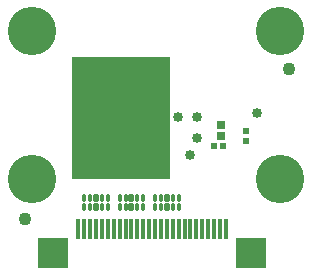
<source format=gbs>
G04*
G04 #@! TF.GenerationSoftware,Altium Limited,Altium Designer,23.5.1 (21)*
G04*
G04 Layer_Color=16711935*
%FSLAX44Y44*%
%MOMM*%
G71*
G04*
G04 #@! TF.SameCoordinates,8A31CEE1-4E44-459D-8F00-06555A1585A0*
G04*
G04*
G04 #@! TF.FilePolarity,Negative*
G04*
G01*
G75*
%ADD34C,0.8516*%
%ADD35C,1.1016*%
%ADD38R,0.7516X0.6516*%
%ADD39R,0.6216X0.6216*%
%ADD42R,0.6216X0.6216*%
%ADD43C,4.1016*%
%ADD66R,8.3820X10.2870*%
G04:AMPARAMS|DCode=67|XSize=0.34mm|YSize=0.705mm|CornerRadius=0.12mm|HoleSize=0mm|Usage=FLASHONLY|Rotation=0.000|XOffset=0mm|YOffset=0mm|HoleType=Round|Shape=RoundedRectangle|*
%AMROUNDEDRECTD67*
21,1,0.3400,0.4650,0,0,0.0*
21,1,0.1000,0.7050,0,0,0.0*
1,1,0.2400,0.0500,-0.2325*
1,1,0.2400,-0.0500,-0.2325*
1,1,0.2400,-0.0500,0.2325*
1,1,0.2400,0.0500,0.2325*
%
%ADD67ROUNDEDRECTD67*%
G04:AMPARAMS|DCode=68|XSize=0.54mm|YSize=0.705mm|CornerRadius=0.12mm|HoleSize=0mm|Usage=FLASHONLY|Rotation=0.000|XOffset=0mm|YOffset=0mm|HoleType=Round|Shape=RoundedRectangle|*
%AMROUNDEDRECTD68*
21,1,0.5400,0.4650,0,0,0.0*
21,1,0.3000,0.7050,0,0,0.0*
1,1,0.2400,0.1500,-0.2325*
1,1,0.2400,-0.1500,-0.2325*
1,1,0.2400,-0.1500,0.2325*
1,1,0.2400,0.1500,0.2325*
%
%ADD68ROUNDEDRECTD68*%
%ADD69R,2.5016X2.5016*%
%ADD70R,2.5016X2.5016*%
%ADD71R,0.4016X1.7016*%
D34*
X158750Y120396D02*
D03*
X165100Y134620D02*
D03*
X148590Y152400D02*
D03*
X165100D02*
D03*
X215900Y156210D02*
D03*
D35*
X19050Y66040D02*
D03*
X242570Y193040D02*
D03*
D38*
X185420Y146030D02*
D03*
Y136030D02*
D03*
D39*
X187140Y128270D02*
D03*
X179140D02*
D03*
D42*
X206502Y132280D02*
D03*
Y140280D02*
D03*
D43*
X25000Y225310D02*
D03*
X235000Y100310D02*
D03*
X25000D02*
D03*
X235000Y225310D02*
D03*
D66*
X100330Y151765D02*
D03*
D67*
X129500Y75825D02*
D03*
X134500D02*
D03*
X144500D02*
D03*
X149500D02*
D03*
Y84175D02*
D03*
X144500D02*
D03*
X134500D02*
D03*
X129500D02*
D03*
X99500Y75825D02*
D03*
X104500D02*
D03*
X114500D02*
D03*
X119500D02*
D03*
Y84175D02*
D03*
X114500D02*
D03*
X104500D02*
D03*
X99500D02*
D03*
X69500Y75825D02*
D03*
X74500D02*
D03*
X84500D02*
D03*
X89500D02*
D03*
Y84175D02*
D03*
X84500D02*
D03*
X74500D02*
D03*
X69500D02*
D03*
D68*
X139500Y75825D02*
D03*
Y84175D02*
D03*
X109500Y75825D02*
D03*
Y84175D02*
D03*
X79500Y75825D02*
D03*
Y84175D02*
D03*
D69*
X43500Y37550D02*
D03*
D70*
X210500D02*
D03*
D71*
X64500Y57550D02*
D03*
X69500D02*
D03*
X74500D02*
D03*
X79500D02*
D03*
X84500D02*
D03*
X89500D02*
D03*
X94500D02*
D03*
X99500D02*
D03*
X104500D02*
D03*
X109500D02*
D03*
X114500D02*
D03*
X119500D02*
D03*
X124500D02*
D03*
X129500D02*
D03*
X134500D02*
D03*
X139500D02*
D03*
X144500D02*
D03*
X149500D02*
D03*
X154500D02*
D03*
X159500D02*
D03*
X164500D02*
D03*
X169500D02*
D03*
X174500D02*
D03*
X179500D02*
D03*
X184500D02*
D03*
X189500D02*
D03*
M02*

</source>
